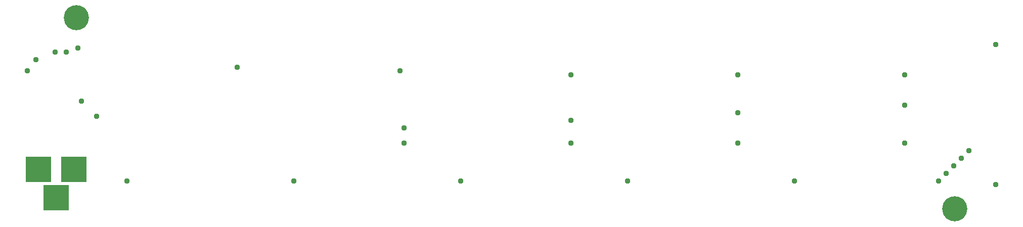
<source format=gbr>
G04 EAGLE Gerber RS-274X export*
G75*
%MOMM*%
%FSLAX34Y34*%
%LPD*%
%INSoldermask Bottom*%
%IPPOS*%
%AMOC8*
5,1,8,0,0,1.08239X$1,22.5*%
G01*
G04 Define Apertures*
%ADD10C,4.203200*%
%ADD11R,4.319194X4.319194*%
%ADD12C,0.959600*%
D10*
X143510Y965200D03*
X1614170Y645160D03*
D11*
X139700Y711200D03*
X109700Y664200D03*
X79700Y711200D03*
D12*
X146050Y914400D03*
X412750Y882650D03*
X127000Y908050D03*
X685800Y876300D03*
X107950Y908050D03*
X971550Y869950D03*
X76200Y895350D03*
X1250950Y869950D03*
X61262Y876300D03*
X1530350Y869950D03*
X152400Y825500D03*
X1682750Y685800D03*
X1682750Y920750D03*
X177800Y800100D03*
X692150Y755650D03*
X692150Y781050D03*
X971550Y755650D03*
X971550Y793750D03*
X1250950Y755650D03*
X1250950Y806450D03*
X1530350Y755650D03*
X1530350Y819150D03*
X228600Y692150D03*
X1638300Y742950D03*
X508000Y692150D03*
X1625600Y730250D03*
X787400Y692150D03*
X1612900Y717550D03*
X1066800Y692150D03*
X1600200Y704850D03*
X1346200Y692150D03*
X1587500Y692150D03*
M02*

</source>
